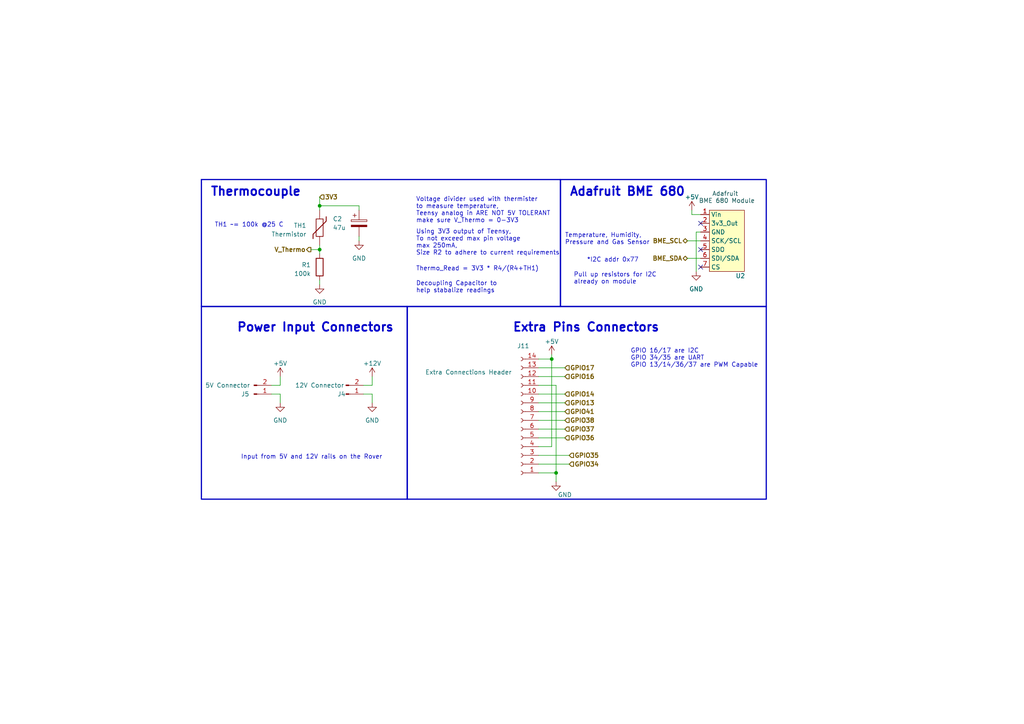
<source format=kicad_sch>
(kicad_sch (version 20230121) (generator eeschema)
  (paper "A4")
  (title_block (title "Sensors/Extra Connectors") (date "2023-11-28") (rev "2") (company "Matthew Szalawiga"))
  (lib_symbols
    (symbol "Connector:Conn_01x02_Pin" (pin_names (offset 1.016) hide)
      (property "Reference" "J" (at 0 2.54 0))
      (property "Value" "Conn_01x02_Pin" (at 0 -5.08 0))
      (symbol "Conn_01x02_Pin_1_1"
        (polyline (pts (xy 1.27 -2.54) (xy 0.8636 -2.54)) (stroke (width 0.1524)))
        (polyline (pts (xy 1.27 0) (xy 0.8636 0)) (stroke (width 0.1524)))
        (rectangle (start 0.8636 -2.413) (end 0 -2.667) (stroke (width 0.1524)) (fill (type outline)))
        (rectangle (start 0.8636 0.127) (end 0 -0.127) (stroke (width 0.1524)) (fill (type outline)))
        (pin passive line (at 5.08 0 180) (length 3.81) (name "Pin_1") (number "1"))
        (pin passive line (at 5.08 -2.54 180) (length 3.81) (name "Pin_2") (number "2"))
      )
    )
    (symbol "Connector:Conn_01x14_Socket" (pin_names (offset 1.016) hide)
      (property "Reference" "J" (at 0 17.78 0))
      (property "Value" "Conn_01x14_Socket" (at 0 -20.32 0))
      (symbol "Conn_01x14_Socket_1_1"
        (arc (start 0 -17.272) (mid -0.5058 -17.78) (end 0 -18.288) (stroke (width 0.1524)))
        (arc (start 0 -14.732) (mid -0.5058 -15.24) (end 0 -15.748) (stroke (width 0.1524)))
        (arc (start 0 -12.192) (mid -0.5058 -12.7) (end 0 -13.208) (stroke (width 0.1524)))
        (arc (start 0 -9.652) (mid -0.5058 -10.16) (end 0 -10.668) (stroke (width 0.1524)))
        (arc (start 0 -7.112) (mid -0.5058 -7.62) (end 0 -8.128) (stroke (width 0.1524)))
        (arc (start 0 -4.572) (mid -0.5058 -5.08) (end 0 -5.588) (stroke (width 0.1524)))
        (arc (start 0 -2.032) (mid -0.5058 -2.54) (end 0 -3.048) (stroke (width 0.1524)))
        (polyline (pts (xy -1.27 -17.78) (xy -0.508 -17.78)) (stroke (width 0.1524)))
        (polyline (pts (xy -1.27 -15.24) (xy -0.508 -15.24)) (stroke (width 0.1524)))
        (polyline (pts (xy -1.27 -12.7) (xy -0.508 -12.7)) (stroke (width 0.1524)))
        (polyline (pts (xy -1.27 -10.16) (xy -0.508 -10.16)) (stroke (width 0.1524)))
        (polyline (pts (xy -1.27 -7.62) (xy -0.508 -7.62)) (stroke (width 0.1524)))
        (polyline (pts (xy -1.27 -5.08) (xy -0.508 -5.08)) (stroke (width 0.1524)))
        (polyline (pts (xy -1.27 -2.54) (xy -0.508 -2.54)) (stroke (width 0.1524)))
        (polyline (pts (xy -1.27 0) (xy -0.508 0)) (stroke (width 0.1524)))
        (polyline (pts (xy -1.27 2.54) (xy -0.508 2.54)) (stroke (width 0.1524)))
        (polyline (pts (xy -1.27 5.08) (xy -0.508 5.08)) (stroke (width 0.1524)))
        (polyline (pts (xy -1.27 7.62) (xy -0.508 7.62)) (stroke (width 0.1524)))
        (polyline (pts (xy -1.27 10.16) (xy -0.508 10.16)) (stroke (width 0.1524)))
        (polyline (pts (xy -1.27 12.7) (xy -0.508 12.7)) (stroke (width 0.1524)))
        (polyline (pts (xy -1.27 15.24) (xy -0.508 15.24)) (stroke (width 0.1524)))
        (arc (start 0 0.508) (mid -0.5058 0) (end 0 -0.508) (stroke (width 0.1524)))
        (arc (start 0 3.048) (mid -0.5058 2.54) (end 0 2.032) (stroke (width 0.1524)))
        (arc (start 0 5.588) (mid -0.5058 5.08) (end 0 4.572) (stroke (width 0.1524)))
        (arc (start 0 8.128) (mid -0.5058 7.62) (end 0 7.112) (stroke (width 0.1524)))
        (arc (start 0 10.668) (mid -0.5058 10.16) (end 0 9.652) (stroke (width 0.1524)))
        (arc (start 0 13.208) (mid -0.5058 12.7) (end 0 12.192) (stroke (width 0.1524)))
        (arc (start 0 15.748) (mid -0.5058 15.24) (end 0 14.732) (stroke (width 0.1524)))
        (pin passive line (at -5.08 15.24 0) (length 3.81) (name "Pin_1") (number "1"))
        (pin passive line (at -5.08 -7.62 0) (length 3.81) (name "Pin_10") (number "10"))
        (pin passive line (at -5.08 -10.16 0) (length 3.81) (name "Pin_11") (number "11"))
        (pin passive line (at -5.08 -12.7 0) (length 3.81) (name "Pin_12") (number "12"))
        (pin passive line (at -5.08 -15.24 0) (length 3.81) (name "Pin_13") (number "13"))
        (pin passive line (at -5.08 -17.78 0) (length 3.81) (name "Pin_14") (number "14"))
        (pin passive line (at -5.08 12.7 0) (length 3.81) (name "Pin_2") (number "2"))
        (pin passive line (at -5.08 10.16 0) (length 3.81) (name "Pin_3") (number "3"))
        (pin passive line (at -5.08 7.62 0) (length 3.81) (name "Pin_4") (number "4"))
        (pin passive line (at -5.08 5.08 0) (length 3.81) (name "Pin_5") (number "5"))
        (pin passive line (at -5.08 2.54 0) (length 3.81) (name "Pin_6") (number "6"))
        (pin passive line (at -5.08 0 0) (length 3.81) (name "Pin_7") (number "7"))
        (pin passive line (at -5.08 -2.54 0) (length 3.81) (name "Pin_8") (number "8"))
        (pin passive line (at -5.08 -5.08 0) (length 3.81) (name "Pin_9") (number "9"))
      )
    )
    (symbol "Device:C_Polarized" (pin_numbers hide) (pin_names (offset 0.254))
      (property "Reference" "C" (at 0.635 2.54 0))
      (property "Value" "C_Polarized" (at 0.635 -2.54 0))
      (symbol "C_Polarized_0_1"
        (rectangle (start -2.286 0.508) (end 2.286 1.016))
        (polyline (pts (xy -1.778 2.286) (xy -0.762 2.286)))
        (polyline (pts (xy -1.27 2.794) (xy -1.27 1.778)))
        (rectangle (start 2.286 -0.508) (end -2.286 -1.016) (fill (type outline)))
      )
      (symbol "C_Polarized_1_1"
        (pin passive line (at 0 3.81 270) (length 2.794) (name "~") (number "1"))
        (pin passive line (at 0 -3.81 90) (length 2.794) (name "~") (number "2"))
      )
    )
    (symbol "Device:R" (pin_numbers hide) (pin_names (offset 0))
      (property "Reference" "R" (at 2.032 0 90))
      (property "Value" "R" (at 0 0 90))
      (symbol "R_0_1"
        (rectangle (start -1.016 -2.54) (end 1.016 2.54) (stroke (width 0.254)))
      )
      (symbol "R_1_1"
        (pin passive line (at 0 3.81 270) (length 1.27) (name "~") (number "1"))
        (pin passive line (at 0 -3.81 90) (length 1.27) (name "~") (number "2"))
      )
    )
    (symbol "Device:Thermistor" (pin_numbers hide) (pin_names (offset 0))
      (property "Reference" "TH" (at 2.54 1.27 90))
      (property "Value" "Thermistor" (at -2.54 0 90))
      (symbol "Thermistor_0_1"
        (rectangle (start -1.016 2.54) (end 1.016 -2.54) (stroke (width 0.2032)))
        (polyline (pts (xy -1.905 3.175) (xy -1.905 1.905) (xy 1.905 -1.905) (xy 1.905 -3.175) (xy 1.905 -3.175)) (stroke (width 0.254)))
      )
      (symbol "Thermistor_1_1"
        (pin passive line (at 0 5.08 270) (length 2.54) (name "~") (number "1"))
        (pin passive line (at 0 -5.08 90) (length 2.54) (name "~") (number "2"))
      )
    )
    (symbol "Schematic_Lib:BME_680_Module"
      (property "Reference" "U2" (at 7.62 -20.32 0))
      (property "Value" "BME 680 Module" (at 0 0 0))
      (symbol "BME_680_Module_0_1"
        (rectangle (start 0 -1.27) (end 10.16 -19.05) (fill (type background)))
      )
      (symbol "BME_680_Module_1_1"
        (text "Adafruit \nBME 680 Module\n" (at 5.08 2.54 0) (effects (font (size 1.27 1.27))))
        (pin passive line (at -2.54 -2.54 0) (length 2.54) (name "Vin") (number "1"))
        (pin passive line (at -2.54 -5.08 0) (length 2.54) (name "3v3_Out") (number "2"))
        (pin passive line (at -2.54 -7.62 0) (length 2.54) (name "GND") (number "3"))
        (pin passive line (at -2.54 -10.16 0) (length 2.54) (name "SCK/SCL") (number "4"))
        (pin passive line (at -2.54 -12.7 0) (length 2.54) (name "SDO") (number "5"))
        (pin passive line (at -2.54 -15.24 0) (length 2.54) (name "SDI/SDA") (number "6"))
        (pin passive line (at -2.54 -17.78 0) (length 2.54) (name "CS") (number "7"))
      )
    )
    (symbol "power:+12V" (power) (pin_names (offset 0))
      (property "Value" "+12V" (at 0 3.556 0))
      (symbol "+12V_0_1"
        (polyline (pts (xy -0.762 1.27) (xy 0 2.54)))
        (polyline (pts (xy 0 0) (xy 0 2.54)))
        (polyline (pts (xy 0 2.54) (xy 0.762 1.27)))
      )
      (symbol "+12V_1_1"
        (pin power_in line (at 0 0 90) (length 0) hide (name "+12V") (number "1"))
      )
    )
    (symbol "power:+5V" (power) (pin_names (offset 0))
      (property "Value" "+5V" (at 0 3.556 0))
      (symbol "+5V_0_1"
        (polyline (pts (xy -0.762 1.27) (xy 0 2.54)))
        (polyline (pts (xy 0 0) (xy 0 2.54)))
        (polyline (pts (xy 0 2.54) (xy 0.762 1.27)))
      )
      (symbol "+5V_1_1"
        (pin power_in line (at 0 0 90) (length 0) hide (name "+5V") (number "1"))
      )
    )
    (symbol "power:GND" (power) (pin_names (offset 0))
      (property "Value" "GND" (at 0 -3.81 0))
      (symbol "GND_0_1"
        (polyline (pts (xy 0 0) (xy 0 -1.27) (xy 1.27 -1.27) (xy 0 -2.54) (xy -1.27 -1.27) (xy 0 -1.27)))
      )
      (symbol "GND_1_1"
        (pin power_in line (at 0 0 270) (length 0) hide (name "GND") (number "1"))
      )
    )
  )
  (junction (at 92.71 72.39))
  (junction (at 161.29 137.16))
  (junction (at 160.02 104.14))
  (junction (at 92.71 59.69))
  (no_connect (at 203.2 72.39))
  (no_connect (at 203.2 64.77))
  (no_connect (at 203.2 77.47))
  (wire (pts (xy 163.83 119.38) (xy 156.21 119.38)))
  (wire (pts (xy 107.95 114.3) (xy 107.95 116.84)))
  (wire (pts (xy 105.41 111.76) (xy 107.95 111.76)))
  (wire (pts (xy 201.93 67.31) (xy 201.93 78.74)))
  (wire (pts (xy 163.83 114.3) (xy 156.21 114.3)))
  (wire (pts (xy 200.66 62.23) (xy 200.66 60.96)))
  (wire (pts (xy 92.71 71.12) (xy 92.71 72.39)))
  (wire (pts (xy 156.21 129.54) (xy 160.02 129.54)))
  (wire (pts (xy 156.21 137.16) (xy 161.29 137.16)))
  (wire (pts (xy 161.29 137.16) (xy 161.29 139.7)))
  (wire (pts (xy 78.74 111.76) (xy 81.28 111.76)))
  (wire (pts (xy 163.83 127) (xy 156.21 127)))
  (wire (pts (xy 163.83 106.68) (xy 156.21 106.68)))
  (wire (pts (xy 165.1 134.62) (xy 156.21 134.62)))
  (wire (pts (xy 163.83 124.46) (xy 156.21 124.46)))
  (wire (pts (xy 104.14 59.69) (xy 92.71 59.69)))
  (wire (pts (xy 81.28 111.76) (xy 81.28 109.22)))
  (wire (pts (xy 163.83 109.22) (xy 156.21 109.22)))
  (wire (pts (xy 107.95 111.76) (xy 107.95 109.22)))
  (wire (pts (xy 156.21 104.14) (xy 160.02 104.14)))
  (wire (pts (xy 104.14 60.96) (xy 104.14 59.69)))
  (wire (pts (xy 203.2 62.23) (xy 200.66 62.23)))
  (wire (pts (xy 160.02 129.54) (xy 160.02 104.14)))
  (wire (pts (xy 161.29 111.76) (xy 161.29 137.16)))
  (wire (pts (xy 156.21 111.76) (xy 161.29 111.76)))
  (wire (pts (xy 165.1 132.08) (xy 156.21 132.08)))
  (wire (pts (xy 92.71 72.39) (xy 90.17 72.39)))
  (wire (pts (xy 163.83 121.92) (xy 156.21 121.92)))
  (wire (pts (xy 104.14 68.58) (xy 104.14 69.85)))
  (wire (pts (xy 199.39 74.93) (xy 203.2 74.93)))
  (wire (pts (xy 92.71 59.69) (xy 92.71 60.96)))
  (wire (pts (xy 78.74 114.3) (xy 81.28 114.3)))
  (wire (pts (xy 163.83 116.84) (xy 156.21 116.84)))
  (wire (pts (xy 92.71 81.28) (xy 92.71 82.55)))
  (wire (pts (xy 201.93 67.31) (xy 203.2 67.31)))
  (wire (pts (xy 81.28 114.3) (xy 81.28 116.84)))
  (wire (pts (xy 160.02 104.14) (xy 160.02 102.87)))
  (wire (pts (xy 105.41 114.3) (xy 107.95 114.3)))
  (wire (pts (xy 92.71 73.66) (xy 92.71 72.39)))
  (wire (pts (xy 199.39 69.85) (xy 203.2 69.85)))
  (wire (pts (xy 92.71 57.15) (xy 92.71 59.69)))
  (rectangle (start 58.42 52.07) (end 162.56 88.9) (stroke (width 0.35)))
  (rectangle (start 118.11 88.9) (end 222.25 144.78) (stroke (width 0.35)))
  (rectangle (start 162.56 52.07) (end 222.25 88.9) (stroke (width 0.35)))
  (rectangle (start 58.42 88.9) (end 118.11 144.78) (stroke (width 0.35)))
  (text "TH1 ~= 100k @25 C" (at 62.23 66.04 0) (effects (font (size 1.27 1.27)) (justify left bottom)))
  (text "Voltage divider used with thermister \nto measure temperature, \nTeensy analog in ARE NOT 5V TOLERANT\nmake sure V_Thermo = 0-3V3\n" (at 120.65 64.77 0) (effects (font (size 1.27 1.27)) (justify left bottom)))
  (text "*I2C addr 0x77" (at 170.18 76.2 0) (effects (font (size 1.27 1.27)) (justify left bottom)))
  (text "GPIO 16/17 are I2C\nGPIO 34/35 are UART\nGPIO 13/14/36/37 are PWM Capable\n" (at 182.88 106.68 0) (effects (font (size 1.27 1.27)) (justify left bottom)))
  (text "Pull up resistors for I2C\nalready on module" (at 166.37 82.55 0) (effects (font (size 1.27 1.27)) (justify left bottom)))
  (text "Decoupling Capacitor to\nhelp stabalize readings" (at 120.65 85.09 0) (effects (font (size 1.27 1.27)) (justify left bottom)))
  (text "Power Input Connectors" (at 68.58 96.52 0) (effects (font (size 2.5 2.5) (thickness 0.5) bold) (justify left bottom)))
  (text "Extra Pins Connectors" (at 148.59 96.52 0) (effects (font (size 2.5 2.5) bold) (justify left bottom)))
  (text "Using 3V3 output of Teensy,\nTo not exceed max pin voltage\nmax 250mA,\nSize R2 to adhere to current requirements\n\n" (at 120.65 76.2 0) (effects (font (size 1.27 1.27)) (justify left bottom)))
  (text "Thermo_Read = 3V3 * R4/(R4+TH1)" (at 120.65 78.74 0) (effects (font (size 1.27 1.27)) (justify left bottom)))
  (text "Temperature, Humidity, \nPressure and Gas Sensor" (at 163.83 71.12 0) (effects (font (size 1.27 1.27)) (justify left bottom)))
  (text "Thermocouple" (at 60.96 57.15 0) (effects (font (size 2.5 2.5) (thickness 0.5) bold) (justify left bottom)))
  (text "Adafruit BME 680" (at 165.1 57.15 0) (effects (font (size 2.5 2.5) bold) (justify left bottom)))
  (text "Input from 5V and 12V rails on the Rover" (at 69.85 133.35 0) (effects (font (size 1.27 1.27)) (justify left bottom)))
  (hierarchical_label "GPIO38" (shape input) (at 163.83 121.92 0) (effects (font (thickness 0.254) bold)))
  (hierarchical_label "GPIO37" (shape input) (at 163.83 124.46 0) (effects (font (thickness 0.254) bold)))
  (hierarchical_label "GPIO41" (shape input) (at 163.83 119.38 0) (effects (font (thickness 0.254) bold)))
  (hierarchical_label "BME_SCL" (shape bidirectional) (at 199.39 69.85 180) (effects (font (thickness 0.254) bold)))
  (hierarchical_label "3V3" (shape input) (at 92.71 57.15 0) (effects (font bold)))
  (hierarchical_label "GPIO14" (shape input) (at 163.83 114.3 0) (effects (font (thickness 0.254) bold)))
  (hierarchical_label "GPIO34" (shape input) (at 165.1 134.62 0) (effects (font (thickness 0.254) bold)))
  (hierarchical_label "V_Thermo" (shape output) (at 90.17 72.39 180) (effects (font (thickness 0.254) bold)))
  (hierarchical_label "GPIO16" (shape input) (at 163.83 109.22 0) (effects (font (thickness 0.254) bold)))
  (hierarchical_label "BME_SDA" (shape bidirectional) (at 199.39 74.93 180) (effects (font (thickness 0.254) bold)))
  (hierarchical_label "GPIO35" (shape input) (at 165.1 132.08 0) (effects (font (thickness 0.254) bold)))
  (hierarchical_label "GPIO13" (shape input) (at 163.83 116.84 0) (effects (font (thickness 0.254) bold)))
  (hierarchical_label "GPIO17" (shape input) (at 163.83 106.68 0) (effects (font (thickness 0.254) bold)))
  (hierarchical_label "GPIO36" (shape input) (at 163.83 127 0) (effects (font (thickness 0.254) bold)))
  (symbol (lib_id "Connector:Conn_01x02_Pin") (at 100.33 114.3 0) (mirror x) (unit 1)
    (property "Reference" "J4" (at 99.06 114.3 0))
    (property "Value" "12V Connector" (at 92.71 111.76 0))
    (property "Footprint" "Connector_Molex:Molex_Nano-Fit_105313-xx02_1x02_P2.50mm_Horizontal" (effects hide))
    (instances (project "PayloadPcbRev2" (path "" (reference "J4") (unit 1)) (path "" (reference "J9") (unit 1))))
  )
  (symbol (lib_id "Connector:Conn_01x02_Pin") (at 73.66 114.3 0) (mirror x) (unit 1)
    (property "Reference" "J5" (at 71.12 114.3 0))
    (property "Value" "5V Connector" (at 66.04 111.76 0))
    (property "Footprint" "Connector_Molex:Molex_Nano-Fit_105313-xx02_1x02_P2.50mm_Horizontal" (effects hide))
    (instances (project "PayloadPcbRev2" (path "" (reference "J5") (unit 1)) (path "" (reference "J10") (unit 1))))
  )
  (symbol (lib_id "power:+5V") (at 160.02 102.87 0) (unit 1)
    (property "Reference" "#PWR07" (effects hide))
    (property "Value" "+5V" (at 160.02 99.06 0))
    (instances (project "PayloadPcbRev2" (path "" (reference "#PWR07") (unit 1)) (path "" (reference "#PWR017") (unit 1))))
  )
  (symbol (lib_id "power:+12V") (at 107.95 109.22 0) (unit 1)
    (property "Reference" "#PWR05" (effects hide))
    (property "Value" "+12V" (at 107.95 105.41 0))
    (instances (project "PayloadPcbRev2" (path "" (reference "#PWR05") (unit 1)) (path "" (reference "#PWR014") (unit 1))))
  )
  (symbol (lib_id "power:GND") (at 81.28 116.84 0) (unit 1)
    (property "Reference" "#PWR08" (effects hide))
    (property "Value" "GND" (at 81.28 121.92 0))
    (instances (project "PayloadPcbRev2" (path "" (reference "#PWR08") (unit 1)) (path "" (reference "#PWR07") (unit 1))))
  )
  (symbol (lib_id "Connector:Conn_01x14_Socket") (at 151.13 121.92 180) (unit 1)
    (property "Reference" "J11" (at 151.765 100.33 0))
    (property "Value" "Extra Connections Header" (at 135.89 107.95 0))
    (property "Footprint" "Connector_PinSocket_2.54mm:PinSocket_1x14_P2.54mm_Vertical" (effects hide))
  )
  (symbol (lib_id "power:GND") (at 92.71 82.55 0) (unit 1)
    (property "Reference" "#PWR03" (effects hide))
    (property "Value" "GND" (at 92.71 87.63 0))
    (instances (project "PayloadPcbRev2" (path "" (reference "#PWR03") (unit 1)) (path "" (reference "#PWR08") (unit 1))))
  )
  (symbol (lib_id "power:+5V") (at 200.66 60.96 0) (unit 1)
    (property "Reference" "#PWR07" (effects hide))
    (property "Value" "+5V" (at 200.66 57.15 0))
    (instances (project "PayloadPcbRev2" (path "" (reference "#PWR07") (unit 1)) (path "" (reference "#PWR019") (unit 1))))
  )
  (symbol (lib_id "power:GND") (at 107.95 116.84 0) (unit 1)
    (property "Reference" "#PWR06" (effects hide))
    (property "Value" "GND" (at 107.95 121.92 0))
    (instances (project "PayloadPcbRev2" (path "" (reference "#PWR06") (unit 1)) (path "" (reference "#PWR015") (unit 1))))
  )
  (symbol (lib_id "Device:Thermistor") (at 92.71 66.04 0) (mirror x) (unit 1)
    (property "Reference" "TH1" (at 88.9 65.405 0) (effects (justify right)))
    (property "Value" "Thermistor" (at 88.9 67.945 0) (effects (justify right)))
    (property "Footprint" "Connector_JST:JST_XH_B2B-XH-AM_1x02_P2.50mm_Vertical" (effects hide))
  )
  (symbol (lib_id "power:GND") (at 201.93 78.74 0) (unit 1)
    (property "Reference" "#PWR08" (effects hide))
    (property "Value" "GND" (at 201.93 83.82 0))
    (instances (project "PayloadPcbRev2" (path "" (reference "#PWR08") (unit 1)) (path "" (reference "#PWR020") (unit 1))))
  )
  (symbol (lib_id "power:+5V") (at 81.28 109.22 0) (unit 1)
    (property "Reference" "#PWR07" (effects hide))
    (property "Value" "+5V" (at 81.28 105.41 0))
    (instances (project "PayloadPcbRev2" (path "" (reference "#PWR07") (unit 1)) (path "" (reference "#PWR04") (unit 1))))
  )
  (symbol (lib_id "Device:R") (at 92.71 77.47 0) (mirror y) (unit 1)
    (property "Reference" "R1" (at 90.17 76.835 0) (effects (justify left)))
    (property "Value" "100k" (at 90.17 79.375 0) (effects (justify left)))
    (property "Footprint" "Resistor_THT:R_Axial_DIN0207_L6.3mm_D2.5mm_P7.62mm_Horizontal" (effects hide))
    (instances (project "PayloadPcbRev2" (path "" (reference "R1") (unit 1)) (path "" (reference "R4") (unit 1))))
  )
  (symbol (lib_id "Schematic_Lib:BME_680_Module") (at 205.74 59.69 0) (unit 1)
    (property "Reference" "U2" (at 213.36 80.01 0) (effects (justify left)))
    (property "Value" "BME 680 Module" (effects hide))
    (property "Footprint" "Connector_PinSocket_2.54mm:PinSocket_1x04_P2.54mm_Vertical" (effects hide))
    (instances (project "PayloadPcbRev2" (path "" (reference "U2") (unit 1)) (path "" (reference "U7") (unit 1)) (path "" (reference "U3") (unit 1))))
  )
  (symbol (lib_id "power:GND") (at 161.29 139.7 0) (unit 1)
    (property "Reference" "#PWR08" (effects hide))
    (property "Value" "GND" (at 163.83 143.51 0))
    (instances (project "PayloadPcbRev2" (path "" (reference "#PWR08") (unit 1)) (path "" (reference "#PWR016") (unit 1))))
  )
  (symbol (lib_id "Device:C_Polarized") (at 104.14 64.77 0) (unit 1)
    (property "Reference" "C2" (at 96.52 63.5 0) (effects (justify left)))
    (property "Value" "47u" (at 96.52 66.04 0) (effects (justify left)))
    (property "Footprint" "Capacitor_THT:CP_Radial_D6.3mm_P2.50mm" (effects hide))
    (instances (project "PayloadPcbRev2" (path "" (reference "C2") (unit 1)) (path "" (reference "C4") (unit 1)) (path "" (reference "C9") (unit 1))))
  )
  (symbol (lib_id "power:GND") (at 104.14 69.85 0) (unit 1)
    (property "Reference" "#PWR03" (effects hide))
    (property "Value" "GND" (at 104.14 74.93 0))
    (instances (project "PayloadPcbRev2" (path "" (reference "#PWR03") (unit 1)) (path "" (reference "#PWR031") (unit 1))))
  )
)
</source>
